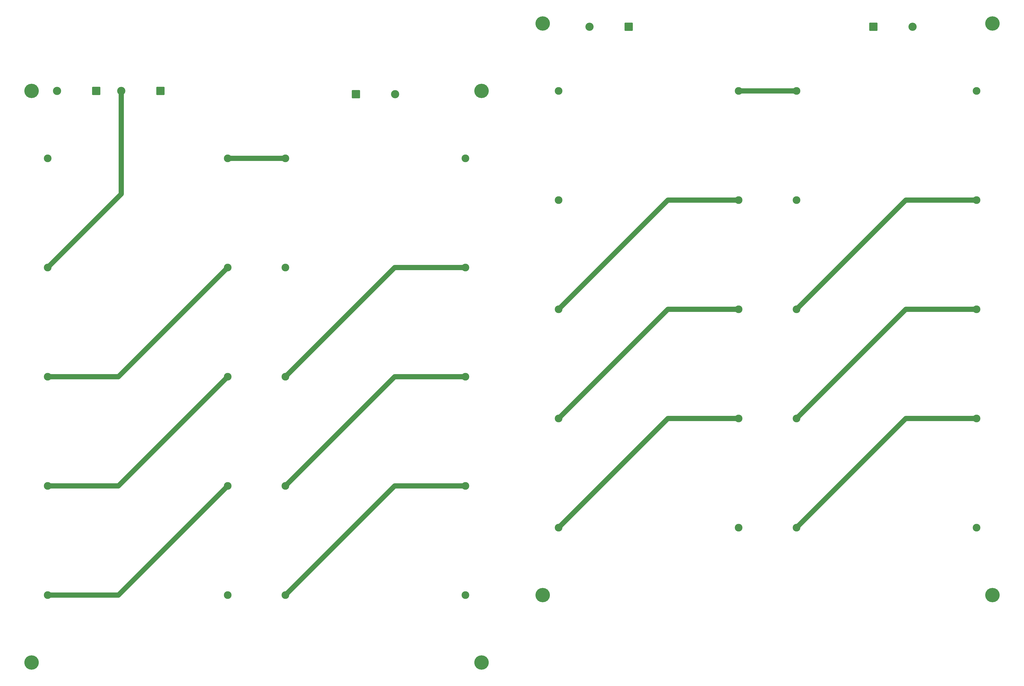
<source format=gbr>
%TF.GenerationSoftware,KiCad,Pcbnew,9.0.5*%
%TF.CreationDate,2025-11-13T21:56:36-08:00*%
%TF.ProjectId,IXOLAR,49584f4c-4152-42e6-9b69-6361645f7063,rev?*%
%TF.SameCoordinates,Original*%
%TF.FileFunction,Copper,L1,Top*%
%TF.FilePolarity,Positive*%
%FSLAX46Y46*%
G04 Gerber Fmt 4.6, Leading zero omitted, Abs format (unit mm)*
G04 Created by KiCad (PCBNEW 9.0.5) date 2025-11-13 21:56:36*
%MOMM*%
%LPD*%
G01*
G04 APERTURE LIST*
G04 Aperture macros list*
%AMRoundRect*
0 Rectangle with rounded corners*
0 $1 Rounding radius*
0 $2 $3 $4 $5 $6 $7 $8 $9 X,Y pos of 4 corners*
0 Add a 4 corners polygon primitive as box body*
4,1,4,$2,$3,$4,$5,$6,$7,$8,$9,$2,$3,0*
0 Add four circle primitives for the rounded corners*
1,1,$1+$1,$2,$3*
1,1,$1+$1,$4,$5*
1,1,$1+$1,$6,$7*
1,1,$1+$1,$8,$9*
0 Add four rect primitives between the rounded corners*
20,1,$1+$1,$2,$3,$4,$5,0*
20,1,$1+$1,$4,$5,$6,$7,0*
20,1,$1+$1,$6,$7,$8,$9,0*
20,1,$1+$1,$8,$9,$2,$3,0*%
G04 Aperture macros list end*
%TA.AperFunction,ComponentPad*%
%ADD10C,3.000000*%
%TD*%
%TA.AperFunction,ComponentPad*%
%ADD11C,5.600000*%
%TD*%
%TA.AperFunction,ComponentPad*%
%ADD12RoundRect,0.250000X1.350000X1.350000X-1.350000X1.350000X-1.350000X-1.350000X1.350000X-1.350000X0*%
%TD*%
%TA.AperFunction,ComponentPad*%
%ADD13C,3.200000*%
%TD*%
%TA.AperFunction,ComponentPad*%
%ADD14RoundRect,0.250000X-1.350000X-1.350000X1.350000X-1.350000X1.350000X1.350000X-1.350000X1.350000X0*%
%TD*%
%TA.AperFunction,Conductor*%
%ADD15C,2.000000*%
%TD*%
G04 APERTURE END LIST*
D10*
%TO.P,SC10,1,+*%
%TO.N,Net-(SC10-+)*%
X123750000Y-76250000D03*
%TO.P,SC10,2,-*%
%TO.N,Net-(Other_Board1-Pin_1)*%
X193750000Y-76250000D03*
%TD*%
%TO.P,SC20,1,+*%
%TO.N,Net-(SC19--)*%
X322500000Y-220000000D03*
%TO.P,SC20,2,-*%
%TO.N,GND2*%
X392500000Y-220000000D03*
%TD*%
D11*
%TO.P,H6,1,1*%
%TO.N,GND2*%
X398750000Y-23750000D03*
%TD*%
%TO.P,H2,1,1*%
%TO.N,GND1*%
X200000000Y-50000000D03*
%TD*%
D10*
%TO.P,SC7,1,+*%
%TO.N,Net-(SC6--)*%
X123750000Y-203750000D03*
%TO.P,SC7,2,-*%
%TO.N,Net-(SC7--)*%
X193750000Y-203750000D03*
%TD*%
%TO.P,SC17,1,+*%
%TO.N,Net-(D5-A)*%
X322500000Y-92500000D03*
%TO.P,SC17,2,-*%
%TO.N,Net-(SC17--)*%
X392500000Y-92500000D03*
%TD*%
%TO.P,SC1,1,+*%
%TO.N,Net-(D1-A)*%
X31250000Y-118750000D03*
%TO.P,SC1,2,-*%
%TO.N,Net-(SC1--)*%
X101250000Y-118750000D03*
%TD*%
D11*
%TO.P,H7,1,1*%
%TO.N,GND2*%
X223750000Y-246250000D03*
%TD*%
D10*
%TO.P,SC3,1,+*%
%TO.N,Net-(SC2--)*%
X31250000Y-203750000D03*
%TO.P,SC3,2,-*%
%TO.N,Net-(SC3--)*%
X101250000Y-203750000D03*
%TD*%
D11*
%TO.P,H3,1,1*%
%TO.N,GND1*%
X25000000Y-272500000D03*
%TD*%
D10*
%TO.P,SC18,1,+*%
%TO.N,Net-(SC17--)*%
X322500000Y-135000000D03*
%TO.P,SC18,2,-*%
%TO.N,Net-(SC18--)*%
X392500000Y-135000000D03*
%TD*%
D11*
%TO.P,H8,1,1*%
%TO.N,GND2*%
X398750000Y-246250000D03*
%TD*%
D10*
%TO.P,SC14,1,+*%
%TO.N,Net-(SC13--)*%
X230000000Y-135000000D03*
%TO.P,SC14,2,-*%
%TO.N,Net-(SC14--)*%
X300000000Y-135000000D03*
%TD*%
%TO.P,SC2,1,+*%
%TO.N,Net-(SC1--)*%
X31250000Y-161250000D03*
%TO.P,SC2,2,-*%
%TO.N,Net-(SC2--)*%
X101250000Y-161250000D03*
%TD*%
%TO.P,SC5,1,+*%
%TO.N,Net-(D2-A)*%
X123750000Y-118750000D03*
%TO.P,SC5,2,-*%
%TO.N,Net-(SC5--)*%
X193750000Y-118750000D03*
%TD*%
%TO.P,SC9,1,+*%
%TO.N,Net-(D3-A)*%
X31250000Y-76250000D03*
%TO.P,SC9,2,-*%
%TO.N,Net-(SC10-+)*%
X101250000Y-76250000D03*
%TD*%
%TO.P,SC4,1,+*%
%TO.N,Net-(SC3--)*%
X31250000Y-246250000D03*
%TO.P,SC4,2,-*%
%TO.N,GND1*%
X101250000Y-246250000D03*
%TD*%
%TO.P,SC16,1,+*%
%TO.N,Net-(SC15--)*%
X230000000Y-220000000D03*
%TO.P,SC16,2,-*%
%TO.N,GND2*%
X300000000Y-220000000D03*
%TD*%
%TO.P,SC12,1,+*%
%TO.N,Net-(SC11--)*%
X322500000Y-50000000D03*
%TO.P,SC12,2,-*%
%TO.N,GND2*%
X392500000Y-50000000D03*
%TD*%
%TO.P,SC13,1,+*%
%TO.N,Net-(D4-A)*%
X230000000Y-92500000D03*
%TO.P,SC13,2,-*%
%TO.N,Net-(SC13--)*%
X300000000Y-92500000D03*
%TD*%
%TO.P,SC15,1,+*%
%TO.N,Net-(SC14--)*%
X230000000Y-177500000D03*
%TO.P,SC15,2,-*%
%TO.N,Net-(SC15--)*%
X300000000Y-177500000D03*
%TD*%
D11*
%TO.P,H5,1,1*%
%TO.N,GND2*%
X223750000Y-23750000D03*
%TD*%
D10*
%TO.P,SC19,1,+*%
%TO.N,Net-(SC18--)*%
X322500000Y-177500000D03*
%TO.P,SC19,2,-*%
%TO.N,Net-(SC19--)*%
X392500000Y-177500000D03*
%TD*%
%TO.P,SC8,1,+*%
%TO.N,Net-(SC7--)*%
X123750000Y-246250000D03*
%TO.P,SC8,2,-*%
%TO.N,GND1*%
X193750000Y-246250000D03*
%TD*%
%TO.P,SC6,1,+*%
%TO.N,Net-(SC5--)*%
X123750000Y-161250000D03*
%TO.P,SC6,2,-*%
%TO.N,Net-(SC6--)*%
X193750000Y-161250000D03*
%TD*%
D11*
%TO.P,H1,1,1*%
%TO.N,GND1*%
X25000000Y-50000000D03*
%TD*%
%TO.P,H4,1,1*%
%TO.N,GND1*%
X200000000Y-272500000D03*
%TD*%
D10*
%TO.P,SC11,1,+*%
%TO.N,Net-(Other_Board2-Pin_1)*%
X230000000Y-50000000D03*
%TO.P,SC11,2,-*%
%TO.N,Net-(SC11--)*%
X300000000Y-50000000D03*
%TD*%
D12*
%TO.P,D3,1,K*%
%TO.N,Net-(D1-K)*%
X50120000Y-50000000D03*
D13*
%TO.P,D3,2,A*%
%TO.N,Net-(D3-A)*%
X34880000Y-50000000D03*
%TD*%
D12*
%TO.P,D4,1,K*%
%TO.N,Net-(D4-K)*%
X257250000Y-25000000D03*
D13*
%TO.P,D4,2,A*%
%TO.N,Net-(D4-A)*%
X242010000Y-25000000D03*
%TD*%
D14*
%TO.P,D2,1,K*%
%TO.N,Net-(D1-K)*%
X151130000Y-51250000D03*
D13*
%TO.P,D2,2,A*%
%TO.N,Net-(D2-A)*%
X166370000Y-51250000D03*
%TD*%
D14*
%TO.P,D5,1,K*%
%TO.N,Net-(D4-K)*%
X352380000Y-25000000D03*
D13*
%TO.P,D5,2,A*%
%TO.N,Net-(D5-A)*%
X367620000Y-25000000D03*
%TD*%
D12*
%TO.P,D1,1,K*%
%TO.N,Net-(D1-K)*%
X75120000Y-50000000D03*
D13*
%TO.P,D1,2,A*%
%TO.N,Net-(D1-A)*%
X59880000Y-50000000D03*
%TD*%
D15*
%TO.N,Net-(D1-A)*%
X59880000Y-50000000D02*
X59880000Y-90120000D01*
X59880000Y-90120000D02*
X31250000Y-118750000D01*
%TO.N,Net-(SC1--)*%
X58750000Y-161250000D02*
X31250000Y-161250000D01*
X101250000Y-118750000D02*
X58750000Y-161250000D01*
%TO.N,Net-(SC2--)*%
X101250000Y-161250000D02*
X58750000Y-203750000D01*
X58750000Y-203750000D02*
X31250000Y-203750000D01*
%TO.N,Net-(SC3--)*%
X58750000Y-246250000D02*
X31250000Y-246250000D01*
X101250000Y-203750000D02*
X58750000Y-246250000D01*
%TO.N,Net-(SC5--)*%
X166250000Y-118750000D02*
X123750000Y-161250000D01*
X193750000Y-118750000D02*
X166250000Y-118750000D01*
%TO.N,Net-(SC6--)*%
X166250000Y-161250000D02*
X123750000Y-203750000D01*
X193750000Y-161250000D02*
X166250000Y-161250000D01*
%TO.N,Net-(SC7--)*%
X166250000Y-203750000D02*
X123750000Y-246250000D01*
X193750000Y-203750000D02*
X166250000Y-203750000D01*
%TO.N,Net-(SC10-+)*%
X101250000Y-76250000D02*
X123750000Y-76250000D01*
%TO.N,Net-(SC13--)*%
X272500000Y-92500000D02*
X300000000Y-92500000D01*
X230000000Y-135000000D02*
X272500000Y-92500000D01*
%TO.N,Net-(SC14--)*%
X230000000Y-177500000D02*
X272500000Y-135000000D01*
X272500000Y-135000000D02*
X300000000Y-135000000D01*
%TO.N,Net-(SC15--)*%
X300000000Y-177500000D02*
X272500000Y-177500000D01*
X272500000Y-177500000D02*
X230000000Y-220000000D01*
%TO.N,Net-(SC17--)*%
X365000000Y-92500000D02*
X322500000Y-135000000D01*
X392500000Y-92500000D02*
X365000000Y-92500000D01*
%TO.N,Net-(SC18--)*%
X365000000Y-135000000D02*
X322500000Y-177500000D01*
X392500000Y-135000000D02*
X365000000Y-135000000D01*
%TO.N,Net-(SC19--)*%
X392500000Y-177500000D02*
X365000000Y-177500000D01*
X365000000Y-177500000D02*
X322500000Y-220000000D01*
%TO.N,Net-(SC11--)*%
X300000000Y-50000000D02*
X322500000Y-50000000D01*
%TD*%
M02*

</source>
